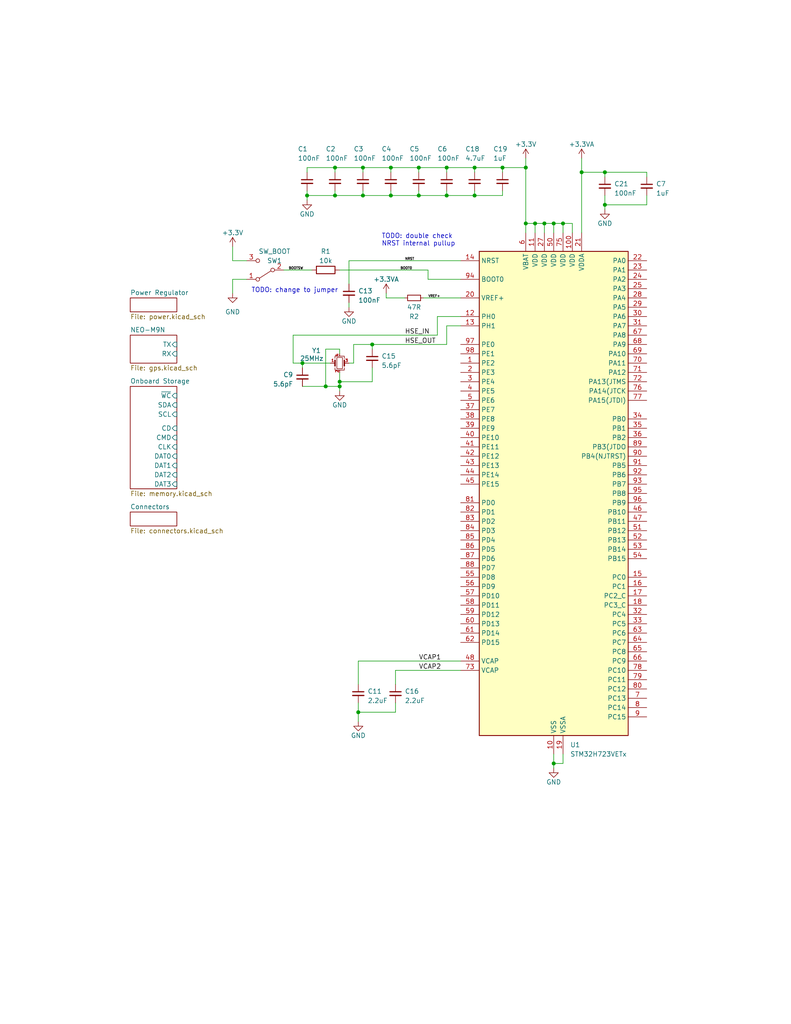
<source format=kicad_sch>
(kicad_sch (version 20230121) (generator eeschema)
  (paper "USLetter" portrait)
  (title_block (title "SDM-24 Data Logger") (date "2023-09-07") (rev "v1") (company "Sun Devil Motorsports") (comment 1 "STM32H7 microcontroller circuitry"))
  (lib_symbols
    (symbol "Device:C_Small" (pin_numbers hide) (pin_names (offset 0.254) hide)
      (property "Reference" "C" (at 0.254 1.778 0))
      (property "Value" "C_Small" (at 0.254 -2.032 0))
      (symbol "C_Small_0_1"
        (polyline (pts (xy -1.524 -0.508) (xy 1.524 -0.508)) (stroke (width 0.3302)))
        (polyline (pts (xy -1.524 0.508) (xy 1.524 0.508)) (stroke (width 0.3048)))
      )
      (symbol "C_Small_1_1"
        (pin passive line (at 0 2.54 270) (length 2.032) (name "~") (number "1"))
        (pin passive line (at 0 -2.54 90) (length 2.032) (name "~") (number "2"))
      )
    )
    (symbol "Device:Crystal_GND24_Small" (pin_names (offset 1.016) hide)
      (property "Reference" "Y" (at 1.27 4.445 0))
      (property "Value" "Crystal_GND24_Small" (at 1.27 2.54 0))
      (symbol "Crystal_GND24_Small_0_1"
        (rectangle (start -0.762 -1.524) (end 0.762 1.524))
        (polyline (pts (xy -1.27 -0.762) (xy -1.27 0.762)) (stroke (width 0.381)))
        (polyline (pts (xy 1.27 -0.762) (xy 1.27 0.762)) (stroke (width 0.381)))
        (polyline (pts (xy -1.27 -1.27) (xy -1.27 -1.905) (xy 1.27 -1.905) (xy 1.27 -1.27)))
        (polyline (pts (xy -1.27 1.27) (xy -1.27 1.905) (xy 1.27 1.905) (xy 1.27 1.27)))
      )
      (symbol "Crystal_GND24_Small_1_1"
        (pin passive line (at -2.54 0 0) (length 1.27) (name "1") (number "1"))
        (pin passive line (at 0 -2.54 90) (length 0.635) (name "2") (number "2"))
        (pin passive line (at 2.54 0 180) (length 1.27) (name "3") (number "3"))
        (pin passive line (at 0 2.54 270) (length 0.635) (name "4") (number "4"))
      )
    )
    (symbol "Device:R" (pin_numbers hide) (pin_names (offset 0))
      (property "Reference" "R" (at 2.032 0 90))
      (property "Value" "R" (at 0 0 90))
      (symbol "R_0_1"
        (rectangle (start -1.016 -2.54) (end 1.016 2.54) (stroke (width 0.254)))
      )
      (symbol "R_1_1"
        (pin passive line (at 0 3.81 270) (length 1.27) (name "~") (number "1"))
        (pin passive line (at 0 -3.81 90) (length 1.27) (name "~") (number "2"))
      )
    )
    (symbol "Device:R_Small" (pin_numbers hide) (pin_names (offset 0.254) hide)
      (property "Reference" "R" (at 0.762 0.508 0))
      (property "Value" "R_Small" (at 0.762 -1.016 0))
      (symbol "R_Small_0_1"
        (rectangle (start -0.762 1.778) (end 0.762 -1.778) (stroke (width 0.2032)))
      )
      (symbol "R_Small_1_1"
        (pin passive line (at 0 2.54 270) (length 0.762) (name "~") (number "1"))
        (pin passive line (at 0 -2.54 90) (length 0.762) (name "~") (number "2"))
      )
    )
    (symbol "MCU_ST_STM32H7:STM32H723VETx"
      (property "Reference" "U" (at -20.32 67.31 0))
      (property "Value" "STM32H723VETx" (at 10.16 67.31 0))
      (symbol "STM32H723VETx_0_1"
        (rectangle (start -20.32 -66.04) (end 20.32 66.04) (stroke (width 0.254)) (fill (type background)))
      )
      (symbol "STM32H723VETx_1_1"
        (pin bidirectional line (at -25.4 35.56 0) (length 5.08) (name "PE2") (number "1"))
        (pin power_in line (at 0 -71.12 90) (length 5.08) (name "VSS") (number "10"))
        (pin power_in line (at 5.08 71.12 270) (length 5.08) (name "VDD") (number "100"))
        (pin power_in line (at -5.08 71.12 270) (length 5.08) (name "VDD") (number "11"))
        (pin bidirectional line (at -25.4 48.26 0) (length 5.08) (name "PH0") (number "12"))
        (pin bidirectional line (at -25.4 45.72 0) (length 5.08) (name "PH1") (number "13"))
        (pin input line (at -25.4 63.5 0) (length 5.08) (name "NRST") (number "14"))
        (pin bidirectional line (at 25.4 -22.86 180) (length 5.08) (name "PC0") (number "15"))
        (pin bidirectional line (at 25.4 -25.4 180) (length 5.08) (name "PC1") (number "16"))
        (pin bidirectional line (at 25.4 -27.94 180) (length 5.08) (name "PC2_C") (number "17"))
        (pin bidirectional line (at 25.4 -30.48 180) (length 5.08) (name "PC3_C") (number "18"))
        (pin power_in line (at 2.54 -71.12 90) (length 5.08) (name "VSSA") (number "19"))
        (pin bidirectional line (at -25.4 33.02 0) (length 5.08) (name "PE3") (number "2"))
        (pin input line (at -25.4 53.34 0) (length 5.08) (name "VREF+") (number "20"))
        (pin power_in line (at 7.62 71.12 270) (length 5.08) (name "VDDA") (number "21"))
        (pin bidirectional line (at 25.4 63.5 180) (length 5.08) (name "PA0") (number "22"))
        (pin bidirectional line (at 25.4 60.96 180) (length 5.08) (name "PA1") (number "23"))
        (pin bidirectional line (at 25.4 58.42 180) (length 5.08) (name "PA2") (number "24"))
        (pin bidirectional line (at 25.4 55.88 180) (length 5.08) (name "PA3") (number "25"))
        (pin passive line (at 0 -71.12 90) (length 5.08) hide (name "VSS") (number "26"))
        (pin power_in line (at -2.54 71.12 270) (length 5.08) (name "VDD") (number "27"))
        (pin bidirectional line (at 25.4 53.34 180) (length 5.08) (name "PA4") (number "28"))
        (pin bidirectional line (at 25.4 50.8 180) (length 5.08) (name "PA5") (number "29"))
        (pin bidirectional line (at -25.4 30.48 0) (length 5.08) (name "PE4") (number "3"))
        (pin bidirectional line (at 25.4 48.26 180) (length 5.08) (name "PA6") (number "30"))
        (pin bidirectional line (at 25.4 45.72 180) (length 5.08) (name "PA7") (number "31"))
        (pin bidirectional line (at 25.4 -33.02 180) (length 5.08) (name "PC4") (number "32"))
        (pin bidirectional line (at 25.4 -35.56 180) (length 5.08) (name "PC5") (number "33"))
        (pin bidirectional line (at 25.4 20.32 180) (length 5.08) (name "PB0") (number "34"))
        (pin bidirectional line (at 25.4 17.78 180) (length 5.08) (name "PB1") (number "35"))
        (pin bidirectional line (at 25.4 15.24 180) (length 5.08) (name "PB2") (number "36"))
        (pin bidirectional line (at -25.4 22.86 0) (length 5.08) (name "PE7") (number "37"))
        (pin bidirectional line (at -25.4 20.32 0) (length 5.08) (name "PE8") (number "38"))
        (pin bidirectional line (at -25.4 17.78 0) (length 5.08) (name "PE9") (number "39"))
        (pin bidirectional line (at -25.4 27.94 0) (length 5.08) (name "PE5") (number "4"))
        (pin bidirectional line (at -25.4 15.24 0) (length 5.08) (name "PE10") (number "40"))
        (pin bidirectional line (at -25.4 12.7 0) (length 5.08) (name "PE11") (number "41"))
        (pin bidirectional line (at -25.4 10.16 0) (length 5.08) (name "PE12") (number "42"))
        (pin bidirectional line (at -25.4 7.62 0) (length 5.08) (name "PE13") (number "43"))
        (pin bidirectional line (at -25.4 5.08 0) (length 5.08) (name "PE14") (number "44"))
        (pin bidirectional line (at -25.4 2.54 0) (length 5.08) (name "PE15") (number "45"))
        (pin bidirectional line (at 25.4 -5.08 180) (length 5.08) (name "PB10") (number "46"))
        (pin bidirectional line (at 25.4 -7.62 180) (length 5.08) (name "PB11") (number "47"))
        (pin power_out line (at -25.4 -45.72 0) (length 5.08) (name "VCAP") (number "48"))
        (pin passive line (at 0 -71.12 90) (length 5.08) hide (name "VSS") (number "49"))
        (pin bidirectional line (at -25.4 25.4 0) (length 5.08) (name "PE6") (number "5"))
        (pin power_in line (at 0 71.12 270) (length 5.08) (name "VDD") (number "50"))
        (pin bidirectional line (at 25.4 -10.16 180) (length 5.08) (name "PB12") (number "51"))
        (pin bidirectional line (at 25.4 -12.7 180) (length 5.08) (name "PB13") (number "52"))
        (pin bidirectional line (at 25.4 -15.24 180) (length 5.08) (name "PB14") (number "53"))
        (pin bidirectional line (at 25.4 -17.78 180) (length 5.08) (name "PB15") (number "54"))
        (pin bidirectional line (at -25.4 -22.86 0) (length 5.08) (name "PD8") (number "55"))
        (pin bidirectional line (at -25.4 -25.4 0) (length 5.08) (name "PD9") (number "56"))
        (pin bidirectional line (at -25.4 -27.94 0) (length 5.08) (name "PD10") (number "57"))
        (pin bidirectional line (at -25.4 -30.48 0) (length 5.08) (name "PD11") (number "58"))
        (pin bidirectional line (at -25.4 -33.02 0) (length 5.08) (name "PD12") (number "59"))
        (pin power_in line (at -7.62 71.12 270) (length 5.08) (name "VBAT") (number "6"))
        (pin bidirectional line (at -25.4 -35.56 0) (length 5.08) (name "PD13") (number "60"))
        (pin bidirectional line (at -25.4 -38.1 0) (length 5.08) (name "PD14") (number "61"))
        (pin bidirectional line (at -25.4 -40.64 0) (length 5.08) (name "PD15") (number "62"))
        (pin bidirectional line (at 25.4 -38.1 180) (length 5.08) (name "PC6") (number "63"))
        (pin bidirectional line (at 25.4 -40.64 180) (length 5.08) (name "PC7") (number "64"))
        (pin bidirectional line (at 25.4 -43.18 180) (length 5.08) (name "PC8") (number "65"))
        (pin bidirectional line (at 25.4 -45.72 180) (length 5.08) (name "PC9") (number "66"))
        (pin bidirectional line (at 25.4 43.18 180) (length 5.08) (name "PA8") (number "67"))
        (pin bidirectional line (at 25.4 40.64 180) (length 5.08) (name "PA9") (number "68"))
        (pin bidirectional line (at 25.4 38.1 180) (length 5.08) (name "PA10") (number "69"))
        (pin bidirectional line (at 25.4 -55.88 180) (length 5.08) (name "PC13") (number "7"))
        (pin bidirectional line (at 25.4 35.56 180) (length 5.08) (name "PA11") (number "70"))
        (pin bidirectional line (at 25.4 33.02 180) (length 5.08) (name "PA12") (number "71"))
        (pin bidirectional line (at 25.4 30.48 180) (length 5.08) (name "PA13(JTMS") (number "72"))
        (pin power_out line (at -25.4 -48.26 0) (length 5.08) (name "VCAP") (number "73"))
        (pin passive line (at 0 -71.12 90) (length 5.08) hide (name "VSS") (number "74"))
        (pin power_in line (at 2.54 71.12 270) (length 5.08) (name "VDD") (number "75"))
        (pin bidirectional line (at 25.4 27.94 180) (length 5.08) (name "PA14(JTCK") (number "76"))
        (pin bidirectional line (at 25.4 25.4 180) (length 5.08) (name "PA15(JTDI)") (number "77"))
        (pin bidirectional line (at 25.4 -48.26 180) (length 5.08) (name "PC10") (number "78"))
        (pin bidirectional line (at 25.4 -50.8 180) (length 5.08) (name "PC11") (number "79"))
        (pin bidirectional line (at 25.4 -58.42 180) (length 5.08) (name "PC14") (number "8"))
        (pin bidirectional line (at 25.4 -53.34 180) (length 5.08) (name "PC12") (number "80"))
        (pin bidirectional line (at -25.4 -2.54 0) (length 5.08) (name "PD0") (number "81"))
        (pin bidirectional line (at -25.4 -5.08 0) (length 5.08) (name "PD1") (number "82"))
        (pin bidirectional line (at -25.4 -7.62 0) (length 5.08) (name "PD2") (number "83"))
        (pin bidirectional line (at -25.4 -10.16 0) (length 5.08) (name "PD3") (number "84"))
        (pin bidirectional line (at -25.4 -12.7 0) (length 5.08) (name "PD4") (number "85"))
        (pin bidirectional line (at -25.4 -15.24 0) (length 5.08) (name "PD5") (number "86"))
        (pin bidirectional line (at -25.4 -17.78 0) (length 5.08) (name "PD6") (number "87"))
        (pin bidirectional line (at -25.4 -20.32 0) (length 5.08) (name "PD7") (number "88"))
        (pin bidirectional line (at 25.4 12.7 180) (length 5.08) (name "PB3(JTDO") (number "89"))
        (pin bidirectional line (at 25.4 -60.96 180) (length 5.08) (name "PC15") (number "9"))
        (pin bidirectional line (at 25.4 10.16 180) (length 5.08) (name "PB4(NJTRST)") (number "90"))
        (pin bidirectional line (at 25.4 7.62 180) (length 5.08) (name "PB5") (number "91"))
        (pin bidirectional line (at 25.4 5.08 180) (length 5.08) (name "PB6") (number "92"))
        (pin bidirectional line (at 25.4 2.54 180) (length 5.08) (name "PB7") (number "93"))
        (pin input line (at -25.4 58.42 0) (length 5.08) (name "BOOT0") (number "94"))
        (pin bidirectional line (at 25.4 0 180) (length 5.08) (name "PB8") (number "95"))
        (pin bidirectional line (at 25.4 -2.54 180) (length 5.08) (name "PB9") (number "96"))
        (pin bidirectional line (at -25.4 40.64 0) (length 5.08) (name "PE0") (number "97"))
        (pin bidirectional line (at -25.4 38.1 0) (length 5.08) (name "PE1") (number "98"))
        (pin passive line (at 0 -71.12 90) (length 5.08) hide (name "VSS") (number "99"))
      )
    )
    (symbol "Switch:SW_SPDT" (pin_names (offset 0) hide)
      (property "Reference" "SW" (at 0 4.318 0))
      (property "Value" "SW_SPDT" (at 0 -5.08 0))
      (symbol "SW_SPDT_0_0"
        (circle (center -2.032 0) (radius 0.508))
        (circle (center 2.032 -2.54) (radius 0.508))
      )
      (symbol "SW_SPDT_0_1"
        (polyline (pts (xy -1.524 0.254) (xy 1.651 2.286)))
        (circle (center 2.032 2.54) (radius 0.508))
      )
      (symbol "SW_SPDT_1_1"
        (pin passive line (at 5.08 2.54 180) (length 2.54) (name "A") (number "1"))
        (pin passive line (at -5.08 0 0) (length 2.54) (name "B") (number "2"))
        (pin passive line (at 5.08 -2.54 180) (length 2.54) (name "C") (number "3"))
      )
    )
    (symbol "power:+3.3V" (power) (pin_names (offset 0))
      (property "Value" "+3.3V" (at 0 3.556 0))
      (symbol "+3.3V_0_1"
        (polyline (pts (xy -0.762 1.27) (xy 0 2.54)))
        (polyline (pts (xy 0 0) (xy 0 2.54)))
        (polyline (pts (xy 0 2.54) (xy 0.762 1.27)))
      )
      (symbol "+3.3V_1_1"
        (pin power_in line (at 0 0 90) (length 0) hide (name "+3.3V") (number "1"))
      )
    )
    (symbol "power:+3.3VA" (power) (pin_names (offset 0))
      (property "Value" "+3.3VA" (at 0 3.556 0))
      (symbol "+3.3VA_0_1"
        (polyline (pts (xy -0.762 1.27) (xy 0 2.54)))
        (polyline (pts (xy 0 0) (xy 0 2.54)))
        (polyline (pts (xy 0 2.54) (xy 0.762 1.27)))
      )
      (symbol "+3.3VA_1_1"
        (pin power_in line (at 0 0 90) (length 0) hide (name "+3.3VA") (number "1"))
      )
    )
    (symbol "power:GND" (power) (pin_names (offset 0))
      (property "Value" "GND" (at 0 -3.81 0))
      (symbol "GND_0_1"
        (polyline (pts (xy 0 0) (xy 0 -1.27) (xy 1.27 -1.27) (xy 0 -2.54) (xy -1.27 -1.27) (xy 0 -1.27)))
      )
      (symbol "GND_1_1"
        (pin power_in line (at 0 0 270) (length 0) hide (name "GND") (number "1"))
      )
    )
  )
  (junction (at 83.82 53.34))
  (junction (at 148.59 60.96))
  (junction (at 99.06 53.34))
  (junction (at 121.92 45.72))
  (junction (at 137.16 45.72))
  (junction (at 88.9 105.41))
  (junction (at 92.71 105.41))
  (junction (at 143.51 45.72))
  (junction (at 153.67 60.96))
  (junction (at 101.6 93.98))
  (junction (at 91.44 45.72))
  (junction (at 129.54 45.72))
  (junction (at 165.1 55.88))
  (junction (at 99.06 45.72))
  (junction (at 121.92 53.34))
  (junction (at 151.13 60.96))
  (junction (at 106.68 45.72))
  (junction (at 82.55 99.06))
  (junction (at 129.54 53.34))
  (junction (at 92.71 104.14))
  (junction (at 143.51 60.96))
  (junction (at 114.3 53.34))
  (junction (at 165.1 46.99))
  (junction (at 97.79 194.31))
  (junction (at 106.68 53.34))
  (junction (at 114.3 45.72))
  (junction (at 146.05 60.96))
  (junction (at 158.75 46.99))
  (junction (at 151.13 208.28))
  (junction (at 91.44 53.34))
  (wire (pts (xy 146.05 60.96) (xy 143.51 60.96)))
  (wire (pts (xy 129.54 52.07) (xy 129.54 53.34)))
  (wire (pts (xy 115.57 81.28) (xy 125.73 81.28)))
  (wire (pts (xy 143.51 43.18) (xy 143.51 45.72)))
  (wire (pts (xy 80.01 91.44) (xy 119.38 91.44)))
  (wire (pts (xy 82.55 99.06) (xy 82.55 100.33)))
  (wire (pts (xy 137.16 53.34) (xy 129.54 53.34)))
  (wire (pts (xy 91.44 45.72) (xy 99.06 45.72)))
  (wire (pts (xy 129.54 46.99) (xy 129.54 45.72)))
  (wire (pts (xy 97.79 180.34) (xy 125.73 180.34)))
  (wire (pts (xy 101.6 93.98) (xy 121.92 93.98)))
  (wire (pts (xy 153.67 60.96) (xy 151.13 60.96)))
  (wire (pts (xy 116.84 76.2) (xy 116.84 73.66)))
  (wire (pts (xy 83.82 52.07) (xy 83.82 53.34)))
  (wire (pts (xy 114.3 45.72) (xy 121.92 45.72)))
  (wire (pts (xy 176.53 53.34) (xy 176.53 55.88)))
  (wire (pts (xy 63.5 76.2) (xy 63.5 80.01)))
  (wire (pts (xy 106.68 45.72) (xy 114.3 45.72)))
  (wire (pts (xy 91.44 52.07) (xy 91.44 53.34)))
  (wire (pts (xy 97.79 191.77) (xy 97.79 194.31)))
  (wire (pts (xy 101.6 104.14) (xy 92.71 104.14)))
  (wire (pts (xy 96.52 93.98) (xy 101.6 93.98)))
  (wire (pts (xy 105.41 81.28) (xy 110.49 81.28)))
  (wire (pts (xy 165.1 48.26) (xy 165.1 46.99)))
  (wire (pts (xy 125.73 88.9) (xy 121.92 88.9)))
  (wire (pts (xy 156.21 63.5) (xy 156.21 60.96)))
  (wire (pts (xy 91.44 53.34) (xy 99.06 53.34)))
  (wire (pts (xy 97.79 186.69) (xy 97.79 180.34)))
  (wire (pts (xy 80.01 99.06) (xy 82.55 99.06)))
  (wire (pts (xy 99.06 45.72) (xy 106.68 45.72)))
  (wire (pts (xy 151.13 63.5) (xy 151.13 60.96)))
  (wire (pts (xy 165.1 46.99) (xy 158.75 46.99)))
  (wire (pts (xy 101.6 93.98) (xy 101.6 95.25)))
  (wire (pts (xy 92.71 104.14) (xy 92.71 105.41)))
  (wire (pts (xy 125.73 182.88) (xy 107.95 182.88)))
  (wire (pts (xy 114.3 46.99) (xy 114.3 45.72)))
  (wire (pts (xy 95.25 71.12) (xy 95.25 77.47)))
  (wire (pts (xy 95.25 71.12) (xy 125.73 71.12)))
  (wire (pts (xy 105.41 81.28) (xy 105.41 80.01)))
  (wire (pts (xy 121.92 53.34) (xy 114.3 53.34)))
  (wire (pts (xy 80.01 91.44) (xy 80.01 99.06)))
  (wire (pts (xy 106.68 46.99) (xy 106.68 45.72)))
  (wire (pts (xy 143.51 60.96) (xy 143.51 63.5)))
  (wire (pts (xy 121.92 53.34) (xy 129.54 53.34)))
  (wire (pts (xy 96.52 99.06) (xy 96.52 93.98)))
  (wire (pts (xy 92.71 101.6) (xy 92.71 104.14)))
  (wire (pts (xy 176.53 48.26) (xy 176.53 46.99)))
  (wire (pts (xy 153.67 63.5) (xy 153.67 60.96)))
  (wire (pts (xy 176.53 55.88) (xy 165.1 55.88)))
  (wire (pts (xy 121.92 46.99) (xy 121.92 45.72)))
  (wire (pts (xy 92.71 105.41) (xy 92.71 106.68)))
  (wire (pts (xy 97.79 194.31) (xy 97.79 196.85)))
  (wire (pts (xy 158.75 46.99) (xy 158.75 63.5)))
  (wire (pts (xy 116.84 73.66) (xy 92.71 73.66)))
  (wire (pts (xy 119.38 86.36) (xy 119.38 91.44)))
  (wire (pts (xy 63.5 76.2) (xy 67.31 76.2)))
  (wire (pts (xy 88.9 105.41) (xy 92.71 105.41)))
  (wire (pts (xy 114.3 53.34) (xy 106.68 53.34)))
  (wire (pts (xy 107.95 191.77) (xy 107.95 194.31)))
  (wire (pts (xy 83.82 45.72) (xy 91.44 45.72)))
  (wire (pts (xy 165.1 46.99) (xy 176.53 46.99)))
  (wire (pts (xy 165.1 53.34) (xy 165.1 55.88)))
  (wire (pts (xy 95.25 99.06) (xy 96.52 99.06)))
  (wire (pts (xy 83.82 46.99) (xy 83.82 45.72)))
  (wire (pts (xy 158.75 43.18) (xy 158.75 46.99)))
  (wire (pts (xy 121.92 45.72) (xy 129.54 45.72)))
  (wire (pts (xy 107.95 194.31) (xy 97.79 194.31)))
  (wire (pts (xy 165.1 55.88) (xy 165.1 57.15)))
  (wire (pts (xy 63.5 71.12) (xy 63.5 67.31)))
  (wire (pts (xy 151.13 205.74) (xy 151.13 208.28)))
  (wire (pts (xy 92.71 95.25) (xy 88.9 95.25)))
  (wire (pts (xy 156.21 60.96) (xy 153.67 60.96)))
  (wire (pts (xy 101.6 100.33) (xy 101.6 104.14)))
  (wire (pts (xy 125.73 86.36) (xy 119.38 86.36)))
  (wire (pts (xy 137.16 52.07) (xy 137.16 53.34)))
  (wire (pts (xy 148.59 60.96) (xy 146.05 60.96)))
  (wire (pts (xy 146.05 63.5) (xy 146.05 60.96)))
  (wire (pts (xy 83.82 53.34) (xy 91.44 53.34)))
  (wire (pts (xy 151.13 60.96) (xy 148.59 60.96)))
  (wire (pts (xy 121.92 88.9) (xy 121.92 93.98)))
  (wire (pts (xy 114.3 52.07) (xy 114.3 53.34)))
  (wire (pts (xy 151.13 208.28) (xy 151.13 209.55)))
  (wire (pts (xy 116.84 76.2) (xy 125.73 76.2)))
  (wire (pts (xy 77.47 73.66) (xy 85.09 73.66)))
  (wire (pts (xy 129.54 45.72) (xy 137.16 45.72)))
  (wire (pts (xy 121.92 52.07) (xy 121.92 53.34)))
  (wire (pts (xy 153.67 205.74) (xy 153.67 208.28)))
  (wire (pts (xy 95.25 82.55) (xy 95.25 83.82)))
  (wire (pts (xy 153.67 208.28) (xy 151.13 208.28)))
  (wire (pts (xy 107.95 182.88) (xy 107.95 186.69)))
  (wire (pts (xy 99.06 53.34) (xy 106.68 53.34)))
  (wire (pts (xy 88.9 95.25) (xy 88.9 105.41)))
  (wire (pts (xy 137.16 45.72) (xy 137.16 46.99)))
  (wire (pts (xy 82.55 99.06) (xy 90.17 99.06)))
  (wire (pts (xy 137.16 45.72) (xy 143.51 45.72)))
  (wire (pts (xy 63.5 71.12) (xy 67.31 71.12)))
  (wire (pts (xy 91.44 46.99) (xy 91.44 45.72)))
  (wire (pts (xy 92.71 96.52) (xy 92.71 95.25)))
  (wire (pts (xy 99.06 52.07) (xy 99.06 53.34)))
  (wire (pts (xy 148.59 63.5) (xy 148.59 60.96)))
  (wire (pts (xy 143.51 45.72) (xy 143.51 60.96)))
  (wire (pts (xy 83.82 53.34) (xy 83.82 54.61)))
  (wire (pts (xy 106.68 52.07) (xy 106.68 53.34)))
  (wire (pts (xy 99.06 46.99) (xy 99.06 45.72)))
  (wire (pts (xy 82.55 105.41) (xy 88.9 105.41)))
  (text "TODO: double check\nNRST internal pullup" (at 104.14 67.31 0) (effects (font (size 1.27 1.27)) (justify left bottom)))
  (text "TODO: change to jumper\n" (at 68.58 80.01 0) (effects (font (size 1.27 1.27)) (justify left bottom)))
  (label "BOOT0" (at 109.22 73.66 0) (effects (font (size 0.65 0.65))))
  (label "HSE_OUT" (at 110.49 93.98 0))
  (label "VCAP2" (at 114.3 182.88 0))
  (label "VREF+" (at 116.84 81.28 0) (effects (font (size 0.65 0.65))))
  (label "NRST" (at 110.49 71.12 0) (effects (font (size 0.65 0.65))))
  (label "HSE_IN" (at 110.49 91.44 0))
  (label "BOOTSW" (at 78.74 73.66 0) (effects (font (size 0.65 0.65))))
  (label "VCAP1" (at 114.3 180.34 0))
  (symbol (lib_id "power:GND") (at 97.79 196.85 0) (unit 1)
    (property "Reference" "#PWR04" (effects hide))
    (property "Value" "GND" (at 97.79 200.66 0))
  )
  (symbol (lib_id "Device:C_Small") (at 114.3 49.53 0) (unit 1)
    (property "Reference" "C5" (at 111.76 40.64 0) (effects (justify left)))
    (property "Value" "100nF" (at 111.76 43.18 0) (effects (justify left)))
  )
  (symbol (lib_id "power:GND") (at 151.13 209.55 0) (unit 1)
    (property "Reference" "#PWR010" (effects hide))
    (property "Value" "GND" (at 151.13 213.36 0))
  )
  (symbol (lib_id "Device:C_Small") (at 121.92 49.53 0) (unit 1)
    (property "Reference" "C6" (at 119.38 40.64 0) (effects (justify left)))
    (property "Value" "100nF" (at 119.38 43.18 0) (effects (justify left)))
  )
  (symbol (lib_id "Device:C_Small") (at 107.95 189.23 0) (unit 1)
    (property "Reference" "C16" (at 110.49 188.6013 0) (effects (justify left)))
    (property "Value" "2.2uF" (at 110.49 191.1413 0) (effects (justify left)))
  )
  (symbol (lib_id "power:GND") (at 92.71 106.68 0) (unit 1)
    (property "Reference" "#PWR05" (effects hide))
    (property "Value" "GND" (at 92.71 110.49 0))
  )
  (symbol (lib_id "Device:Crystal_GND24_Small") (at 92.71 99.06 0) (unit 1)
    (property "Reference" "Y1" (at 86.36 95.6311 0))
    (property "Value" "25MHz" (at 85.09 97.79 0))
  )
  (symbol (lib_id "MCU_ST_STM32H7:STM32H723VETx") (at 151.13 134.62 0) (unit 1)
    (property "Reference" "U1" (at 155.6259 203.2 0) (effects (justify left)))
    (property "Value" "STM32H723VETx" (at 155.6259 205.74 0) (effects (justify left)))
    (property "Footprint" "Package_QFP:LQFP-100_14x14mm_P0.5mm" (effects hide))
    (property "Datasheet" "https://www.st.com/resource/en/datasheet/stm32h723ve.pdf" (effects hide))
  )
  (symbol (lib_id "Device:C_Small") (at 99.06 49.53 0) (unit 1)
    (property "Reference" "C3" (at 96.52 40.64 0) (effects (justify left)))
    (property "Value" "100nF" (at 96.52 43.18 0) (effects (justify left)))
  )
  (symbol (lib_id "Device:C_Small") (at 106.68 49.53 0) (unit 1)
    (property "Reference" "C4" (at 104.14 40.64 0) (effects (justify left)))
    (property "Value" "100nF" (at 104.14 43.18 0) (effects (justify left)))
  )
  (symbol (lib_id "Device:C_Small") (at 97.79 189.23 0) (unit 1)
    (property "Reference" "C11" (at 100.33 188.6013 0) (effects (justify left)))
    (property "Value" "2.2uF" (at 100.33 191.1413 0) (effects (justify left)))
  )
  (symbol (lib_id "power:GND") (at 165.1 57.15 0) (unit 1)
    (property "Reference" "#PWR012" (effects hide))
    (property "Value" "GND" (at 165.1 60.96 0))
  )
  (symbol (lib_id "Device:C_Small") (at 137.16 49.53 0) (unit 1)
    (property "Reference" "C19" (at 134.62 40.64 0) (effects (justify left)))
    (property "Value" "1uF" (at 134.62 43.18 0) (effects (justify left)))
  )
  (symbol (lib_id "Device:C_Small") (at 165.1 50.8 0) (unit 1)
    (property "Reference" "C21" (at 167.64 50.1713 0) (effects (justify left)))
    (property "Value" "100nF" (at 167.64 52.7113 0) (effects (justify left)))
  )
  (symbol (lib_id "power:+3.3V") (at 63.5 67.31 0) (unit 1)
    (property "Reference" "#PWR02" (effects hide))
    (property "Value" "+3.3V" (at 63.5 63.5 0))
  )
  (symbol (lib_id "Device:C_Small") (at 83.82 49.53 0) (unit 1)
    (property "Reference" "C1" (at 81.28 40.64 0) (effects (justify left)))
    (property "Value" "100nF" (at 81.28 43.18 0) (effects (justify left)))
  )
  (symbol (lib_id "power:+3.3VA") (at 105.41 80.01 0) (unit 1)
    (property "Reference" "#PWR08" (effects hide))
    (property "Value" "+3.3VA" (at 105.41 76.2 0))
  )
  (symbol (lib_id "Device:R_Small") (at 113.03 81.28 270) (unit 1)
    (property "Reference" "R2" (at 113.03 86.36 90))
    (property "Value" "47R" (at 113.03 83.82 90))
  )
  (symbol (lib_id "Device:C_Small") (at 82.55 102.87 0) (mirror y) (unit 1)
    (property "Reference" "C9" (at 80.01 102.2413 0) (effects (justify left)))
    (property "Value" "5.6pF" (at 80.01 104.7813 0) (effects (justify left)))
  )
  (symbol (lib_id "power:GND") (at 95.25 83.82 0) (unit 1)
    (property "Reference" "#PWR07" (effects hide))
    (property "Value" "GND" (at 95.25 87.63 0))
  )
  (symbol (lib_id "Device:C_Small") (at 129.54 49.53 0) (unit 1)
    (property "Reference" "C18" (at 127 40.64 0) (effects (justify left)))
    (property "Value" "4.7uF" (at 127 43.18 0) (effects (justify left)))
  )
  (symbol (lib_id "power:GND") (at 63.5 80.01 0) (unit 1)
    (property "Reference" "#PWR03" (effects hide))
    (property "Value" "GND" (at 63.5 85.09 0))
  )
  (symbol (lib_id "Device:R") (at 88.9 73.66 90) (unit 1)
    (property "Reference" "R1" (at 88.9 68.58 90))
    (property "Value" "10k" (at 88.9 71.12 90))
  )
  (symbol (lib_id "Device:C_Small") (at 101.6 97.79 0) (unit 1)
    (property "Reference" "C15" (at 104.14 97.1613 0) (effects (justify left)))
    (property "Value" "5.6pF" (at 104.14 99.7013 0) (effects (justify left)))
  )
  (symbol (lib_id "Device:C_Small") (at 91.44 49.53 0) (unit 1)
    (property "Reference" "C2" (at 88.9 40.64 0) (effects (justify left)))
    (property "Value" "100nF" (at 88.9 43.18 0) (effects (justify left)))
  )
  (symbol (lib_id "Device:C_Small") (at 95.25 80.01 0) (unit 1)
    (property "Reference" "C13" (at 97.79 79.3813 0) (effects (justify left)))
    (property "Value" "100nF" (at 97.79 81.9213 0) (effects (justify left)))
  )
  (symbol (lib_id "Switch:SW_SPDT") (at 72.39 73.66 180) (unit 1)
    (property "Reference" "SW1" (at 74.93 71.12 0))
    (property "Value" "SW_BOOT" (at 74.93 68.58 0))
  )
  (symbol (lib_id "Device:C_Small") (at 176.53 50.8 0) (unit 1)
    (property "Reference" "C7" (at 179.07 50.1713 0) (effects (justify left)))
    (property "Value" "1uF" (at 179.07 52.7113 0) (effects (justify left)))
  )
  (symbol (lib_id "power:+3.3VA") (at 158.75 43.18 0) (unit 1)
    (property "Reference" "#PWR011" (effects hide))
    (property "Value" "+3.3VA" (at 158.75 39.37 0))
  )
  (symbol (lib_id "power:+3.3V") (at 143.51 43.18 0) (unit 1)
    (property "Reference" "#PWR09" (effects hide))
    (property "Value" "+3.3V" (at 143.51 39.37 0))
  )
  (symbol (lib_id "power:GND") (at 83.82 54.61 0) (unit 1)
    (property "Reference" "#PWR01" (effects hide))
    (property "Value" "GND" (at 83.82 58.42 0))
  )
  (sheet (at 35.56 105.41) (size 12.7 27.94) (stroke (width 0.1524))
    (property "Sheetname" "Onboard Storage" (at 35.56 104.6984 0) (effects (justify left bottom)))
    (property "Sheetfile" "memory.kicad_sch" (at 35.56 133.9346 0) (effects (justify left top)))
    (pin "SDA" input (at 48.26 110.49 0))
    (pin "DAT2" input (at 48.26 129.54 0))
    (pin "CMD" input (at 48.26 119.38 0))
    (pin "DAT3" input (at 48.26 132.08 0))
    (pin "CLK" input (at 48.26 121.92 0))
    (pin "DAT1" input (at 48.26 127 0))
    (pin "DAT0" input (at 48.26 124.46 0))
    (pin "~{WC}" input (at 48.26 107.95 0))
    (pin "SCL" input (at 48.26 113.03 0))
    (pin "CD" input (at 48.26 116.84 0))
  )
  (sheet (at 35.56 81.28) (size 12.7 3.81) (stroke (width 0.1524))
    (property "Sheetname" "Power Regulator" (at 35.56 80.5684 0) (effects (justify left bottom)))
    (property "Sheetfile" "power.kicad_sch" (at 35.56 85.6746 0) (effects (justify left top)))
  )
  (sheet (at 35.56 91.44) (size 12.7 7.62) (stroke (width 0.1524))
    (property "Sheetname" "NEO-M9N" (at 35.56 90.7284 0) (effects (justify left bottom)))
    (property "Sheetfile" "gps.kicad_sch" (at 35.56 99.6446 0) (effects (justify left top)))
    (pin "TX" input (at 48.26 93.98 0))
    (pin "RX" input (at 48.26 96.52 0))
  )
  (sheet (at 35.56 139.7) (size 12.7 3.81) (stroke (width 0.1524))
    (property "Sheetname" "Connectors" (at 35.56 138.9884 0) (effects (justify left bottom)))
    (property "Sheetfile" "connectors.kicad_sch" (at 35.56 144.0946 0) (effects (justify left top)))
  )
)
</source>
